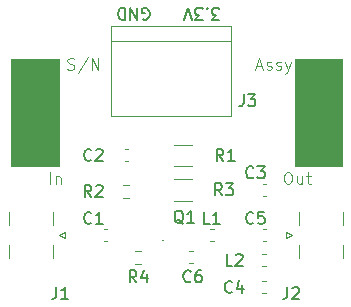
<source format=gbr>
%TF.GenerationSoftware,KiCad,Pcbnew,8.0.5-8.0.5-0~ubuntu22.04.1*%
%TF.CreationDate,2025-01-07T12:52:55-03:00*%
%TF.ProjectId,tx_amplifier,74785f61-6d70-46c6-9966-6965722e6b69,v1.0*%
%TF.SameCoordinates,Original*%
%TF.FileFunction,Legend,Top*%
%TF.FilePolarity,Positive*%
%FSLAX46Y46*%
G04 Gerber Fmt 4.6, Leading zero omitted, Abs format (unit mm)*
G04 Created by KiCad (PCBNEW 8.0.5-8.0.5-0~ubuntu22.04.1) date 2025-01-07 12:52:55*
%MOMM*%
%LPD*%
G01*
G04 APERTURE LIST*
%ADD10C,0.100000*%
%ADD11C,0.150000*%
%ADD12C,0.120000*%
G04 APERTURE END LIST*
D10*
X125000000Y-95000000D02*
X129000000Y-95000000D01*
X129000000Y-104000000D01*
X125000000Y-104000000D01*
X125000000Y-95000000D01*
G36*
X125000000Y-95000000D02*
G01*
X129000000Y-95000000D01*
X129000000Y-104000000D01*
X125000000Y-104000000D01*
X125000000Y-95000000D01*
G37*
X101000000Y-95000000D02*
X105000000Y-95000000D01*
X105000000Y-104000000D01*
X101000000Y-104000000D01*
X101000000Y-95000000D01*
G36*
X101000000Y-95000000D02*
G01*
X105000000Y-95000000D01*
X105000000Y-104000000D01*
X101000000Y-104000000D01*
X101000000Y-95000000D01*
G37*
D11*
X118630458Y-91630180D02*
X118011411Y-91630180D01*
X118011411Y-91630180D02*
X118344744Y-91249228D01*
X118344744Y-91249228D02*
X118201887Y-91249228D01*
X118201887Y-91249228D02*
X118106649Y-91201609D01*
X118106649Y-91201609D02*
X118059030Y-91153990D01*
X118059030Y-91153990D02*
X118011411Y-91058752D01*
X118011411Y-91058752D02*
X118011411Y-90820657D01*
X118011411Y-90820657D02*
X118059030Y-90725419D01*
X118059030Y-90725419D02*
X118106649Y-90677800D01*
X118106649Y-90677800D02*
X118201887Y-90630180D01*
X118201887Y-90630180D02*
X118487601Y-90630180D01*
X118487601Y-90630180D02*
X118582839Y-90677800D01*
X118582839Y-90677800D02*
X118630458Y-90725419D01*
X117582839Y-90725419D02*
X117535220Y-90677800D01*
X117535220Y-90677800D02*
X117582839Y-90630180D01*
X117582839Y-90630180D02*
X117630458Y-90677800D01*
X117630458Y-90677800D02*
X117582839Y-90725419D01*
X117582839Y-90725419D02*
X117582839Y-90630180D01*
X117201887Y-91630180D02*
X116582840Y-91630180D01*
X116582840Y-91630180D02*
X116916173Y-91249228D01*
X116916173Y-91249228D02*
X116773316Y-91249228D01*
X116773316Y-91249228D02*
X116678078Y-91201609D01*
X116678078Y-91201609D02*
X116630459Y-91153990D01*
X116630459Y-91153990D02*
X116582840Y-91058752D01*
X116582840Y-91058752D02*
X116582840Y-90820657D01*
X116582840Y-90820657D02*
X116630459Y-90725419D01*
X116630459Y-90725419D02*
X116678078Y-90677800D01*
X116678078Y-90677800D02*
X116773316Y-90630180D01*
X116773316Y-90630180D02*
X117059030Y-90630180D01*
X117059030Y-90630180D02*
X117154268Y-90677800D01*
X117154268Y-90677800D02*
X117201887Y-90725419D01*
X116297125Y-91630180D02*
X115963792Y-90630180D01*
X115963792Y-90630180D02*
X115630459Y-91630180D01*
D10*
X105756265Y-95824800D02*
X105899122Y-95872419D01*
X105899122Y-95872419D02*
X106137217Y-95872419D01*
X106137217Y-95872419D02*
X106232455Y-95824800D01*
X106232455Y-95824800D02*
X106280074Y-95777180D01*
X106280074Y-95777180D02*
X106327693Y-95681942D01*
X106327693Y-95681942D02*
X106327693Y-95586704D01*
X106327693Y-95586704D02*
X106280074Y-95491466D01*
X106280074Y-95491466D02*
X106232455Y-95443847D01*
X106232455Y-95443847D02*
X106137217Y-95396228D01*
X106137217Y-95396228D02*
X105946741Y-95348609D01*
X105946741Y-95348609D02*
X105851503Y-95300990D01*
X105851503Y-95300990D02*
X105803884Y-95253371D01*
X105803884Y-95253371D02*
X105756265Y-95158133D01*
X105756265Y-95158133D02*
X105756265Y-95062895D01*
X105756265Y-95062895D02*
X105803884Y-94967657D01*
X105803884Y-94967657D02*
X105851503Y-94920038D01*
X105851503Y-94920038D02*
X105946741Y-94872419D01*
X105946741Y-94872419D02*
X106184836Y-94872419D01*
X106184836Y-94872419D02*
X106327693Y-94920038D01*
X107470550Y-94824800D02*
X106613408Y-96110514D01*
X107803884Y-95872419D02*
X107803884Y-94872419D01*
X107803884Y-94872419D02*
X108375312Y-95872419D01*
X108375312Y-95872419D02*
X108375312Y-94872419D01*
X104291484Y-105536419D02*
X104291484Y-104536419D01*
X104767674Y-104869752D02*
X104767674Y-105536419D01*
X104767674Y-104964990D02*
X104815293Y-104917371D01*
X104815293Y-104917371D02*
X104910531Y-104869752D01*
X104910531Y-104869752D02*
X105053388Y-104869752D01*
X105053388Y-104869752D02*
X105148626Y-104917371D01*
X105148626Y-104917371D02*
X105196245Y-105012609D01*
X105196245Y-105012609D02*
X105196245Y-105536419D01*
D11*
X112139411Y-91582561D02*
X112234649Y-91630180D01*
X112234649Y-91630180D02*
X112377506Y-91630180D01*
X112377506Y-91630180D02*
X112520363Y-91582561D01*
X112520363Y-91582561D02*
X112615601Y-91487323D01*
X112615601Y-91487323D02*
X112663220Y-91392085D01*
X112663220Y-91392085D02*
X112710839Y-91201609D01*
X112710839Y-91201609D02*
X112710839Y-91058752D01*
X112710839Y-91058752D02*
X112663220Y-90868276D01*
X112663220Y-90868276D02*
X112615601Y-90773038D01*
X112615601Y-90773038D02*
X112520363Y-90677800D01*
X112520363Y-90677800D02*
X112377506Y-90630180D01*
X112377506Y-90630180D02*
X112282268Y-90630180D01*
X112282268Y-90630180D02*
X112139411Y-90677800D01*
X112139411Y-90677800D02*
X112091792Y-90725419D01*
X112091792Y-90725419D02*
X112091792Y-91058752D01*
X112091792Y-91058752D02*
X112282268Y-91058752D01*
X111663220Y-90630180D02*
X111663220Y-91630180D01*
X111663220Y-91630180D02*
X111091792Y-90630180D01*
X111091792Y-90630180D02*
X111091792Y-91630180D01*
X110615601Y-90630180D02*
X110615601Y-91630180D01*
X110615601Y-91630180D02*
X110377506Y-91630180D01*
X110377506Y-91630180D02*
X110234649Y-91582561D01*
X110234649Y-91582561D02*
X110139411Y-91487323D01*
X110139411Y-91487323D02*
X110091792Y-91392085D01*
X110091792Y-91392085D02*
X110044173Y-91201609D01*
X110044173Y-91201609D02*
X110044173Y-91058752D01*
X110044173Y-91058752D02*
X110091792Y-90868276D01*
X110091792Y-90868276D02*
X110139411Y-90773038D01*
X110139411Y-90773038D02*
X110234649Y-90677800D01*
X110234649Y-90677800D02*
X110377506Y-90630180D01*
X110377506Y-90630180D02*
X110615601Y-90630180D01*
D10*
X124344760Y-104536419D02*
X124535236Y-104536419D01*
X124535236Y-104536419D02*
X124630474Y-104584038D01*
X124630474Y-104584038D02*
X124725712Y-104679276D01*
X124725712Y-104679276D02*
X124773331Y-104869752D01*
X124773331Y-104869752D02*
X124773331Y-105203085D01*
X124773331Y-105203085D02*
X124725712Y-105393561D01*
X124725712Y-105393561D02*
X124630474Y-105488800D01*
X124630474Y-105488800D02*
X124535236Y-105536419D01*
X124535236Y-105536419D02*
X124344760Y-105536419D01*
X124344760Y-105536419D02*
X124249522Y-105488800D01*
X124249522Y-105488800D02*
X124154284Y-105393561D01*
X124154284Y-105393561D02*
X124106665Y-105203085D01*
X124106665Y-105203085D02*
X124106665Y-104869752D01*
X124106665Y-104869752D02*
X124154284Y-104679276D01*
X124154284Y-104679276D02*
X124249522Y-104584038D01*
X124249522Y-104584038D02*
X124344760Y-104536419D01*
X125630474Y-104869752D02*
X125630474Y-105536419D01*
X125201903Y-104869752D02*
X125201903Y-105393561D01*
X125201903Y-105393561D02*
X125249522Y-105488800D01*
X125249522Y-105488800D02*
X125344760Y-105536419D01*
X125344760Y-105536419D02*
X125487617Y-105536419D01*
X125487617Y-105536419D02*
X125582855Y-105488800D01*
X125582855Y-105488800D02*
X125630474Y-105441180D01*
X125963808Y-104869752D02*
X126344760Y-104869752D01*
X126106665Y-104536419D02*
X126106665Y-105393561D01*
X126106665Y-105393561D02*
X126154284Y-105488800D01*
X126154284Y-105488800D02*
X126249522Y-105536419D01*
X126249522Y-105536419D02*
X126344760Y-105536419D01*
X121756265Y-95586704D02*
X122232455Y-95586704D01*
X121661027Y-95872419D02*
X121994360Y-94872419D01*
X121994360Y-94872419D02*
X122327693Y-95872419D01*
X122613408Y-95824800D02*
X122708646Y-95872419D01*
X122708646Y-95872419D02*
X122899122Y-95872419D01*
X122899122Y-95872419D02*
X122994360Y-95824800D01*
X122994360Y-95824800D02*
X123041979Y-95729561D01*
X123041979Y-95729561D02*
X123041979Y-95681942D01*
X123041979Y-95681942D02*
X122994360Y-95586704D01*
X122994360Y-95586704D02*
X122899122Y-95539085D01*
X122899122Y-95539085D02*
X122756265Y-95539085D01*
X122756265Y-95539085D02*
X122661027Y-95491466D01*
X122661027Y-95491466D02*
X122613408Y-95396228D01*
X122613408Y-95396228D02*
X122613408Y-95348609D01*
X122613408Y-95348609D02*
X122661027Y-95253371D01*
X122661027Y-95253371D02*
X122756265Y-95205752D01*
X122756265Y-95205752D02*
X122899122Y-95205752D01*
X122899122Y-95205752D02*
X122994360Y-95253371D01*
X123422932Y-95824800D02*
X123518170Y-95872419D01*
X123518170Y-95872419D02*
X123708646Y-95872419D01*
X123708646Y-95872419D02*
X123803884Y-95824800D01*
X123803884Y-95824800D02*
X123851503Y-95729561D01*
X123851503Y-95729561D02*
X123851503Y-95681942D01*
X123851503Y-95681942D02*
X123803884Y-95586704D01*
X123803884Y-95586704D02*
X123708646Y-95539085D01*
X123708646Y-95539085D02*
X123565789Y-95539085D01*
X123565789Y-95539085D02*
X123470551Y-95491466D01*
X123470551Y-95491466D02*
X123422932Y-95396228D01*
X123422932Y-95396228D02*
X123422932Y-95348609D01*
X123422932Y-95348609D02*
X123470551Y-95253371D01*
X123470551Y-95253371D02*
X123565789Y-95205752D01*
X123565789Y-95205752D02*
X123708646Y-95205752D01*
X123708646Y-95205752D02*
X123803884Y-95253371D01*
X124184837Y-95205752D02*
X124422932Y-95872419D01*
X124661027Y-95205752D02*
X124422932Y-95872419D01*
X124422932Y-95872419D02*
X124327694Y-96110514D01*
X124327694Y-96110514D02*
X124280075Y-96158133D01*
X124280075Y-96158133D02*
X124184837Y-96205752D01*
D11*
X120666666Y-97954819D02*
X120666666Y-98669104D01*
X120666666Y-98669104D02*
X120619047Y-98811961D01*
X120619047Y-98811961D02*
X120523809Y-98907200D01*
X120523809Y-98907200D02*
X120380952Y-98954819D01*
X120380952Y-98954819D02*
X120285714Y-98954819D01*
X121047619Y-97954819D02*
X121666666Y-97954819D01*
X121666666Y-97954819D02*
X121333333Y-98335771D01*
X121333333Y-98335771D02*
X121476190Y-98335771D01*
X121476190Y-98335771D02*
X121571428Y-98383390D01*
X121571428Y-98383390D02*
X121619047Y-98431009D01*
X121619047Y-98431009D02*
X121666666Y-98526247D01*
X121666666Y-98526247D02*
X121666666Y-98764342D01*
X121666666Y-98764342D02*
X121619047Y-98859580D01*
X121619047Y-98859580D02*
X121571428Y-98907200D01*
X121571428Y-98907200D02*
X121476190Y-98954819D01*
X121476190Y-98954819D02*
X121190476Y-98954819D01*
X121190476Y-98954819D02*
X121095238Y-98907200D01*
X121095238Y-98907200D02*
X121047619Y-98859580D01*
X107783333Y-103483580D02*
X107735714Y-103531200D01*
X107735714Y-103531200D02*
X107592857Y-103578819D01*
X107592857Y-103578819D02*
X107497619Y-103578819D01*
X107497619Y-103578819D02*
X107354762Y-103531200D01*
X107354762Y-103531200D02*
X107259524Y-103435961D01*
X107259524Y-103435961D02*
X107211905Y-103340723D01*
X107211905Y-103340723D02*
X107164286Y-103150247D01*
X107164286Y-103150247D02*
X107164286Y-103007390D01*
X107164286Y-103007390D02*
X107211905Y-102816914D01*
X107211905Y-102816914D02*
X107259524Y-102721676D01*
X107259524Y-102721676D02*
X107354762Y-102626438D01*
X107354762Y-102626438D02*
X107497619Y-102578819D01*
X107497619Y-102578819D02*
X107592857Y-102578819D01*
X107592857Y-102578819D02*
X107735714Y-102626438D01*
X107735714Y-102626438D02*
X107783333Y-102674057D01*
X108164286Y-102674057D02*
X108211905Y-102626438D01*
X108211905Y-102626438D02*
X108307143Y-102578819D01*
X108307143Y-102578819D02*
X108545238Y-102578819D01*
X108545238Y-102578819D02*
X108640476Y-102626438D01*
X108640476Y-102626438D02*
X108688095Y-102674057D01*
X108688095Y-102674057D02*
X108735714Y-102769295D01*
X108735714Y-102769295D02*
X108735714Y-102864533D01*
X108735714Y-102864533D02*
X108688095Y-103007390D01*
X108688095Y-103007390D02*
X108116667Y-103578819D01*
X108116667Y-103578819D02*
X108735714Y-103578819D01*
X118959333Y-103578819D02*
X118626000Y-103102628D01*
X118387905Y-103578819D02*
X118387905Y-102578819D01*
X118387905Y-102578819D02*
X118768857Y-102578819D01*
X118768857Y-102578819D02*
X118864095Y-102626438D01*
X118864095Y-102626438D02*
X118911714Y-102674057D01*
X118911714Y-102674057D02*
X118959333Y-102769295D01*
X118959333Y-102769295D02*
X118959333Y-102912152D01*
X118959333Y-102912152D02*
X118911714Y-103007390D01*
X118911714Y-103007390D02*
X118864095Y-103055009D01*
X118864095Y-103055009D02*
X118768857Y-103102628D01*
X118768857Y-103102628D02*
X118387905Y-103102628D01*
X119911714Y-103578819D02*
X119340286Y-103578819D01*
X119626000Y-103578819D02*
X119626000Y-102578819D01*
X119626000Y-102578819D02*
X119530762Y-102721676D01*
X119530762Y-102721676D02*
X119435524Y-102816914D01*
X119435524Y-102816914D02*
X119340286Y-102864533D01*
X116191833Y-113770580D02*
X116144214Y-113818200D01*
X116144214Y-113818200D02*
X116001357Y-113865819D01*
X116001357Y-113865819D02*
X115906119Y-113865819D01*
X115906119Y-113865819D02*
X115763262Y-113818200D01*
X115763262Y-113818200D02*
X115668024Y-113722961D01*
X115668024Y-113722961D02*
X115620405Y-113627723D01*
X115620405Y-113627723D02*
X115572786Y-113437247D01*
X115572786Y-113437247D02*
X115572786Y-113294390D01*
X115572786Y-113294390D02*
X115620405Y-113103914D01*
X115620405Y-113103914D02*
X115668024Y-113008676D01*
X115668024Y-113008676D02*
X115763262Y-112913438D01*
X115763262Y-112913438D02*
X115906119Y-112865819D01*
X115906119Y-112865819D02*
X116001357Y-112865819D01*
X116001357Y-112865819D02*
X116144214Y-112913438D01*
X116144214Y-112913438D02*
X116191833Y-112961057D01*
X117048976Y-112865819D02*
X116858500Y-112865819D01*
X116858500Y-112865819D02*
X116763262Y-112913438D01*
X116763262Y-112913438D02*
X116715643Y-112961057D01*
X116715643Y-112961057D02*
X116620405Y-113103914D01*
X116620405Y-113103914D02*
X116572786Y-113294390D01*
X116572786Y-113294390D02*
X116572786Y-113675342D01*
X116572786Y-113675342D02*
X116620405Y-113770580D01*
X116620405Y-113770580D02*
X116668024Y-113818200D01*
X116668024Y-113818200D02*
X116763262Y-113865819D01*
X116763262Y-113865819D02*
X116953738Y-113865819D01*
X116953738Y-113865819D02*
X117048976Y-113818200D01*
X117048976Y-113818200D02*
X117096595Y-113770580D01*
X117096595Y-113770580D02*
X117144214Y-113675342D01*
X117144214Y-113675342D02*
X117144214Y-113437247D01*
X117144214Y-113437247D02*
X117096595Y-113342009D01*
X117096595Y-113342009D02*
X117048976Y-113294390D01*
X117048976Y-113294390D02*
X116953738Y-113246771D01*
X116953738Y-113246771D02*
X116763262Y-113246771D01*
X116763262Y-113246771D02*
X116668024Y-113294390D01*
X116668024Y-113294390D02*
X116620405Y-113342009D01*
X116620405Y-113342009D02*
X116572786Y-113437247D01*
X117802333Y-108912819D02*
X117326143Y-108912819D01*
X117326143Y-108912819D02*
X117326143Y-107912819D01*
X118659476Y-108912819D02*
X118088048Y-108912819D01*
X118373762Y-108912819D02*
X118373762Y-107912819D01*
X118373762Y-107912819D02*
X118278524Y-108055676D01*
X118278524Y-108055676D02*
X118183286Y-108150914D01*
X118183286Y-108150914D02*
X118088048Y-108198533D01*
X124380666Y-114262819D02*
X124380666Y-114977104D01*
X124380666Y-114977104D02*
X124333047Y-115119961D01*
X124333047Y-115119961D02*
X124237809Y-115215200D01*
X124237809Y-115215200D02*
X124094952Y-115262819D01*
X124094952Y-115262819D02*
X123999714Y-115262819D01*
X124809238Y-114358057D02*
X124856857Y-114310438D01*
X124856857Y-114310438D02*
X124952095Y-114262819D01*
X124952095Y-114262819D02*
X125190190Y-114262819D01*
X125190190Y-114262819D02*
X125285428Y-114310438D01*
X125285428Y-114310438D02*
X125333047Y-114358057D01*
X125333047Y-114358057D02*
X125380666Y-114453295D01*
X125380666Y-114453295D02*
X125380666Y-114548533D01*
X125380666Y-114548533D02*
X125333047Y-114691390D01*
X125333047Y-114691390D02*
X124761619Y-115262819D01*
X124761619Y-115262819D02*
X125380666Y-115262819D01*
X121499333Y-108817580D02*
X121451714Y-108865200D01*
X121451714Y-108865200D02*
X121308857Y-108912819D01*
X121308857Y-108912819D02*
X121213619Y-108912819D01*
X121213619Y-108912819D02*
X121070762Y-108865200D01*
X121070762Y-108865200D02*
X120975524Y-108769961D01*
X120975524Y-108769961D02*
X120927905Y-108674723D01*
X120927905Y-108674723D02*
X120880286Y-108484247D01*
X120880286Y-108484247D02*
X120880286Y-108341390D01*
X120880286Y-108341390D02*
X120927905Y-108150914D01*
X120927905Y-108150914D02*
X120975524Y-108055676D01*
X120975524Y-108055676D02*
X121070762Y-107960438D01*
X121070762Y-107960438D02*
X121213619Y-107912819D01*
X121213619Y-107912819D02*
X121308857Y-107912819D01*
X121308857Y-107912819D02*
X121451714Y-107960438D01*
X121451714Y-107960438D02*
X121499333Y-108008057D01*
X122404095Y-107912819D02*
X121927905Y-107912819D01*
X121927905Y-107912819D02*
X121880286Y-108389009D01*
X121880286Y-108389009D02*
X121927905Y-108341390D01*
X121927905Y-108341390D02*
X122023143Y-108293771D01*
X122023143Y-108293771D02*
X122261238Y-108293771D01*
X122261238Y-108293771D02*
X122356476Y-108341390D01*
X122356476Y-108341390D02*
X122404095Y-108389009D01*
X122404095Y-108389009D02*
X122451714Y-108484247D01*
X122451714Y-108484247D02*
X122451714Y-108722342D01*
X122451714Y-108722342D02*
X122404095Y-108817580D01*
X122404095Y-108817580D02*
X122356476Y-108865200D01*
X122356476Y-108865200D02*
X122261238Y-108912819D01*
X122261238Y-108912819D02*
X122023143Y-108912819D01*
X122023143Y-108912819D02*
X121927905Y-108865200D01*
X121927905Y-108865200D02*
X121880286Y-108817580D01*
X111593333Y-113865819D02*
X111260000Y-113389628D01*
X111021905Y-113865819D02*
X111021905Y-112865819D01*
X111021905Y-112865819D02*
X111402857Y-112865819D01*
X111402857Y-112865819D02*
X111498095Y-112913438D01*
X111498095Y-112913438D02*
X111545714Y-112961057D01*
X111545714Y-112961057D02*
X111593333Y-113056295D01*
X111593333Y-113056295D02*
X111593333Y-113199152D01*
X111593333Y-113199152D02*
X111545714Y-113294390D01*
X111545714Y-113294390D02*
X111498095Y-113342009D01*
X111498095Y-113342009D02*
X111402857Y-113389628D01*
X111402857Y-113389628D02*
X111021905Y-113389628D01*
X112450476Y-113199152D02*
X112450476Y-113865819D01*
X112212381Y-112818200D02*
X111974286Y-113532485D01*
X111974286Y-113532485D02*
X112593333Y-113532485D01*
X104822666Y-114262819D02*
X104822666Y-114977104D01*
X104822666Y-114977104D02*
X104775047Y-115119961D01*
X104775047Y-115119961D02*
X104679809Y-115215200D01*
X104679809Y-115215200D02*
X104536952Y-115262819D01*
X104536952Y-115262819D02*
X104441714Y-115262819D01*
X105822666Y-115262819D02*
X105251238Y-115262819D01*
X105536952Y-115262819D02*
X105536952Y-114262819D01*
X105536952Y-114262819D02*
X105441714Y-114405676D01*
X105441714Y-114405676D02*
X105346476Y-114500914D01*
X105346476Y-114500914D02*
X105251238Y-114548533D01*
X107783333Y-108817580D02*
X107735714Y-108865200D01*
X107735714Y-108865200D02*
X107592857Y-108912819D01*
X107592857Y-108912819D02*
X107497619Y-108912819D01*
X107497619Y-108912819D02*
X107354762Y-108865200D01*
X107354762Y-108865200D02*
X107259524Y-108769961D01*
X107259524Y-108769961D02*
X107211905Y-108674723D01*
X107211905Y-108674723D02*
X107164286Y-108484247D01*
X107164286Y-108484247D02*
X107164286Y-108341390D01*
X107164286Y-108341390D02*
X107211905Y-108150914D01*
X107211905Y-108150914D02*
X107259524Y-108055676D01*
X107259524Y-108055676D02*
X107354762Y-107960438D01*
X107354762Y-107960438D02*
X107497619Y-107912819D01*
X107497619Y-107912819D02*
X107592857Y-107912819D01*
X107592857Y-107912819D02*
X107735714Y-107960438D01*
X107735714Y-107960438D02*
X107783333Y-108008057D01*
X108735714Y-108912819D02*
X108164286Y-108912819D01*
X108450000Y-108912819D02*
X108450000Y-107912819D01*
X108450000Y-107912819D02*
X108354762Y-108055676D01*
X108354762Y-108055676D02*
X108259524Y-108150914D01*
X108259524Y-108150914D02*
X108164286Y-108198533D01*
X119721333Y-112468819D02*
X119245143Y-112468819D01*
X119245143Y-112468819D02*
X119245143Y-111468819D01*
X120007048Y-111564057D02*
X120054667Y-111516438D01*
X120054667Y-111516438D02*
X120149905Y-111468819D01*
X120149905Y-111468819D02*
X120388000Y-111468819D01*
X120388000Y-111468819D02*
X120483238Y-111516438D01*
X120483238Y-111516438D02*
X120530857Y-111564057D01*
X120530857Y-111564057D02*
X120578476Y-111659295D01*
X120578476Y-111659295D02*
X120578476Y-111754533D01*
X120578476Y-111754533D02*
X120530857Y-111897390D01*
X120530857Y-111897390D02*
X119959429Y-112468819D01*
X119959429Y-112468819D02*
X120578476Y-112468819D01*
X107783333Y-106626819D02*
X107450000Y-106150628D01*
X107211905Y-106626819D02*
X107211905Y-105626819D01*
X107211905Y-105626819D02*
X107592857Y-105626819D01*
X107592857Y-105626819D02*
X107688095Y-105674438D01*
X107688095Y-105674438D02*
X107735714Y-105722057D01*
X107735714Y-105722057D02*
X107783333Y-105817295D01*
X107783333Y-105817295D02*
X107783333Y-105960152D01*
X107783333Y-105960152D02*
X107735714Y-106055390D01*
X107735714Y-106055390D02*
X107688095Y-106103009D01*
X107688095Y-106103009D02*
X107592857Y-106150628D01*
X107592857Y-106150628D02*
X107211905Y-106150628D01*
X108164286Y-105722057D02*
X108211905Y-105674438D01*
X108211905Y-105674438D02*
X108307143Y-105626819D01*
X108307143Y-105626819D02*
X108545238Y-105626819D01*
X108545238Y-105626819D02*
X108640476Y-105674438D01*
X108640476Y-105674438D02*
X108688095Y-105722057D01*
X108688095Y-105722057D02*
X108735714Y-105817295D01*
X108735714Y-105817295D02*
X108735714Y-105912533D01*
X108735714Y-105912533D02*
X108688095Y-106055390D01*
X108688095Y-106055390D02*
X108116667Y-106626819D01*
X108116667Y-106626819D02*
X108735714Y-106626819D01*
X119694833Y-114659580D02*
X119647214Y-114707200D01*
X119647214Y-114707200D02*
X119504357Y-114754819D01*
X119504357Y-114754819D02*
X119409119Y-114754819D01*
X119409119Y-114754819D02*
X119266262Y-114707200D01*
X119266262Y-114707200D02*
X119171024Y-114611961D01*
X119171024Y-114611961D02*
X119123405Y-114516723D01*
X119123405Y-114516723D02*
X119075786Y-114326247D01*
X119075786Y-114326247D02*
X119075786Y-114183390D01*
X119075786Y-114183390D02*
X119123405Y-113992914D01*
X119123405Y-113992914D02*
X119171024Y-113897676D01*
X119171024Y-113897676D02*
X119266262Y-113802438D01*
X119266262Y-113802438D02*
X119409119Y-113754819D01*
X119409119Y-113754819D02*
X119504357Y-113754819D01*
X119504357Y-113754819D02*
X119647214Y-113802438D01*
X119647214Y-113802438D02*
X119694833Y-113850057D01*
X120551976Y-114088152D02*
X120551976Y-114754819D01*
X120313881Y-113707200D02*
X120075786Y-114421485D01*
X120075786Y-114421485D02*
X120694833Y-114421485D01*
X121499333Y-104956780D02*
X121451714Y-105004400D01*
X121451714Y-105004400D02*
X121308857Y-105052019D01*
X121308857Y-105052019D02*
X121213619Y-105052019D01*
X121213619Y-105052019D02*
X121070762Y-105004400D01*
X121070762Y-105004400D02*
X120975524Y-104909161D01*
X120975524Y-104909161D02*
X120927905Y-104813923D01*
X120927905Y-104813923D02*
X120880286Y-104623447D01*
X120880286Y-104623447D02*
X120880286Y-104480590D01*
X120880286Y-104480590D02*
X120927905Y-104290114D01*
X120927905Y-104290114D02*
X120975524Y-104194876D01*
X120975524Y-104194876D02*
X121070762Y-104099638D01*
X121070762Y-104099638D02*
X121213619Y-104052019D01*
X121213619Y-104052019D02*
X121308857Y-104052019D01*
X121308857Y-104052019D02*
X121451714Y-104099638D01*
X121451714Y-104099638D02*
X121499333Y-104147257D01*
X121832667Y-104052019D02*
X122451714Y-104052019D01*
X122451714Y-104052019D02*
X122118381Y-104432971D01*
X122118381Y-104432971D02*
X122261238Y-104432971D01*
X122261238Y-104432971D02*
X122356476Y-104480590D01*
X122356476Y-104480590D02*
X122404095Y-104528209D01*
X122404095Y-104528209D02*
X122451714Y-104623447D01*
X122451714Y-104623447D02*
X122451714Y-104861542D01*
X122451714Y-104861542D02*
X122404095Y-104956780D01*
X122404095Y-104956780D02*
X122356476Y-105004400D01*
X122356476Y-105004400D02*
X122261238Y-105052019D01*
X122261238Y-105052019D02*
X121975524Y-105052019D01*
X121975524Y-105052019D02*
X121880286Y-105004400D01*
X121880286Y-105004400D02*
X121832667Y-104956780D01*
X118832333Y-106499819D02*
X118499000Y-106023628D01*
X118260905Y-106499819D02*
X118260905Y-105499819D01*
X118260905Y-105499819D02*
X118641857Y-105499819D01*
X118641857Y-105499819D02*
X118737095Y-105547438D01*
X118737095Y-105547438D02*
X118784714Y-105595057D01*
X118784714Y-105595057D02*
X118832333Y-105690295D01*
X118832333Y-105690295D02*
X118832333Y-105833152D01*
X118832333Y-105833152D02*
X118784714Y-105928390D01*
X118784714Y-105928390D02*
X118737095Y-105976009D01*
X118737095Y-105976009D02*
X118641857Y-106023628D01*
X118641857Y-106023628D02*
X118260905Y-106023628D01*
X119165667Y-105499819D02*
X119784714Y-105499819D01*
X119784714Y-105499819D02*
X119451381Y-105880771D01*
X119451381Y-105880771D02*
X119594238Y-105880771D01*
X119594238Y-105880771D02*
X119689476Y-105928390D01*
X119689476Y-105928390D02*
X119737095Y-105976009D01*
X119737095Y-105976009D02*
X119784714Y-106071247D01*
X119784714Y-106071247D02*
X119784714Y-106309342D01*
X119784714Y-106309342D02*
X119737095Y-106404580D01*
X119737095Y-106404580D02*
X119689476Y-106452200D01*
X119689476Y-106452200D02*
X119594238Y-106499819D01*
X119594238Y-106499819D02*
X119308524Y-106499819D01*
X119308524Y-106499819D02*
X119213286Y-106452200D01*
X119213286Y-106452200D02*
X119165667Y-106404580D01*
X115557445Y-108905657D02*
X115462207Y-108858038D01*
X115462207Y-108858038D02*
X115366969Y-108762800D01*
X115366969Y-108762800D02*
X115224112Y-108619942D01*
X115224112Y-108619942D02*
X115128874Y-108572323D01*
X115128874Y-108572323D02*
X115033636Y-108572323D01*
X115081255Y-108810419D02*
X114986017Y-108762800D01*
X114986017Y-108762800D02*
X114890779Y-108667561D01*
X114890779Y-108667561D02*
X114843160Y-108477085D01*
X114843160Y-108477085D02*
X114843160Y-108143752D01*
X114843160Y-108143752D02*
X114890779Y-107953276D01*
X114890779Y-107953276D02*
X114986017Y-107858038D01*
X114986017Y-107858038D02*
X115081255Y-107810419D01*
X115081255Y-107810419D02*
X115271731Y-107810419D01*
X115271731Y-107810419D02*
X115366969Y-107858038D01*
X115366969Y-107858038D02*
X115462207Y-107953276D01*
X115462207Y-107953276D02*
X115509826Y-108143752D01*
X115509826Y-108143752D02*
X115509826Y-108477085D01*
X115509826Y-108477085D02*
X115462207Y-108667561D01*
X115462207Y-108667561D02*
X115366969Y-108762800D01*
X115366969Y-108762800D02*
X115271731Y-108810419D01*
X115271731Y-108810419D02*
X115081255Y-108810419D01*
X116462207Y-108810419D02*
X115890779Y-108810419D01*
X116176493Y-108810419D02*
X116176493Y-107810419D01*
X116176493Y-107810419D02*
X116081255Y-107953276D01*
X116081255Y-107953276D02*
X115986017Y-108048514D01*
X115986017Y-108048514D02*
X115890779Y-108096133D01*
D12*
%TO.C,J3*%
X109460000Y-99810000D02*
X119620000Y-99810000D01*
X119620000Y-92190000D02*
X109460000Y-92190000D01*
X109460000Y-93460000D02*
X119620000Y-93460000D01*
X109460000Y-92190000D02*
X109460000Y-99810000D01*
X119620000Y-99810000D02*
X119620000Y-92190000D01*
%TO.C,C2*%
X110890267Y-102614000D02*
X110597733Y-102614000D01*
X110890267Y-103634000D02*
X110597733Y-103634000D01*
%TO.C,R1*%
X114816936Y-102214000D02*
X116271064Y-102214000D01*
X114816936Y-104034000D02*
X116271064Y-104034000D01*
%TO.C,C6*%
X116085233Y-111250000D02*
X116377767Y-111250000D01*
X116085233Y-112270000D02*
X116377767Y-112270000D01*
%TO.C,L1*%
X117797733Y-109345000D02*
X118140267Y-109345000D01*
X117797733Y-110365000D02*
X118140267Y-110365000D01*
%TO.C,J2*%
X124294000Y-109605000D02*
X124294000Y-110105000D01*
X124294000Y-110105000D02*
X124794000Y-109855000D01*
X124794000Y-109855000D02*
X124294000Y-109605000D01*
X125344000Y-109015000D02*
X125344000Y-107905000D01*
X125344000Y-111805000D02*
X125344000Y-110695000D01*
X129054000Y-109015000D02*
X129054000Y-107905000D01*
X129054000Y-111805000D02*
X129054000Y-110695000D01*
%TO.C,C5*%
X122281733Y-109345000D02*
X122574267Y-109345000D01*
X122281733Y-110365000D02*
X122574267Y-110365000D01*
%TO.C,R4*%
X112014724Y-111237500D02*
X111505276Y-111237500D01*
X112014724Y-112282500D02*
X111505276Y-112282500D01*
%TO.C,J1*%
X100816000Y-107905000D02*
X100816000Y-109015000D01*
X100816000Y-110695000D02*
X100816000Y-111805000D01*
X104526000Y-107905000D02*
X104526000Y-109015000D01*
X104526000Y-110695000D02*
X104526000Y-111805000D01*
X105076000Y-109855000D02*
X105576000Y-110105000D01*
X105576000Y-109605000D02*
X105076000Y-109855000D01*
X105576000Y-110105000D02*
X105576000Y-109605000D01*
%TO.C,C1*%
X108820233Y-109345000D02*
X109112767Y-109345000D01*
X108820233Y-110365000D02*
X109112767Y-110365000D01*
%TO.C,L2*%
X122256733Y-111504000D02*
X122599267Y-111504000D01*
X122256733Y-112524000D02*
X122599267Y-112524000D01*
%TO.C,R2*%
X110489276Y-105649500D02*
X110998724Y-105649500D01*
X110489276Y-106694500D02*
X110998724Y-106694500D01*
%TO.C,C4*%
X122255233Y-113790000D02*
X122547767Y-113790000D01*
X122255233Y-114810000D02*
X122547767Y-114810000D01*
%TO.C,C3*%
X122574267Y-105535000D02*
X122281733Y-105535000D01*
X122574267Y-106555000D02*
X122281733Y-106555000D01*
%TO.C,R3*%
X116271064Y-105135000D02*
X114816936Y-105135000D01*
X116271064Y-106955000D02*
X114816936Y-106955000D01*
D10*
%TO.C,Q1*%
X113923600Y-110305000D02*
G75*
G02*
X113823600Y-110305000I-50000J0D01*
G01*
X113823600Y-110305000D02*
G75*
G02*
X113923600Y-110305000I50000J0D01*
G01*
%TD*%
M02*

</source>
